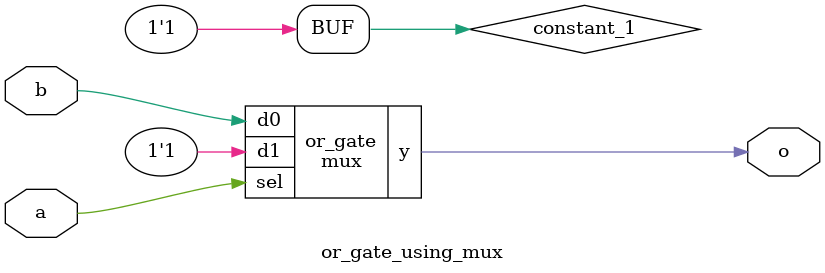
<source format=sv>

module mux
(
  input  d0, d1,
  input  sel,
  output y
);

  assign y = sel ? d1 : d0;

endmodule

//----------------------------------------------------------------------------
// Task
//----------------------------------------------------------------------------

module or_gate_using_mux
(
    input  a,
    input  b,
    output o
);
  wire constant_1 = 1'b1;

  // Task:
  // Implement or gate using instance(s) of mux,
  // constants 0 and 1, and wire connections
  mux or_gate(
    .d0(b),
    .d1(constant_1),
    .sel(a),
    .y(o)
  );

endmodule

</source>
